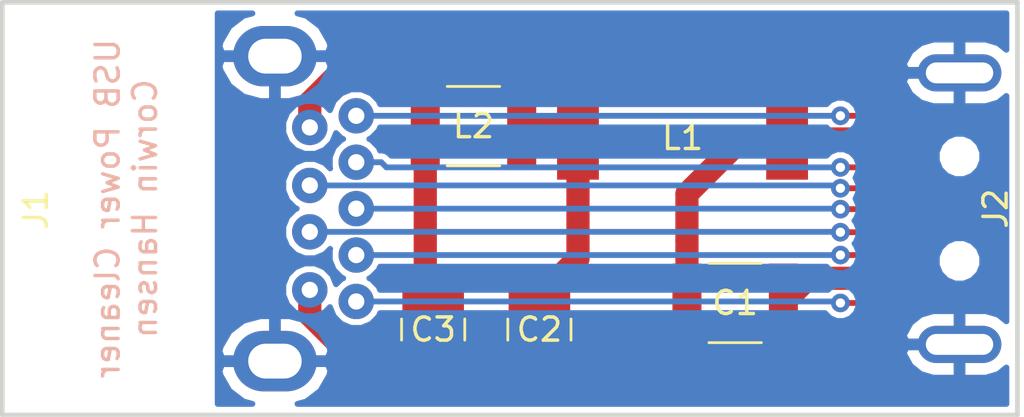
<source format=kicad_pcb>
(kicad_pcb (version 20171130) (host pcbnew "(5.0.0-rc2-110-g9edfd25)")

  (general
    (thickness 1.6)
    (drawings 5)
    (tracks 62)
    (zones 0)
    (modules 7)
    (nets 13)
  )

  (page A4)
  (layers
    (0 F.Cu signal)
    (31 B.Cu signal)
    (32 B.Adhes user)
    (33 F.Adhes user)
    (34 B.Paste user)
    (35 F.Paste user)
    (36 B.SilkS user)
    (37 F.SilkS user)
    (38 B.Mask user)
    (39 F.Mask user)
    (40 Dwgs.User user)
    (41 Cmts.User user)
    (42 Eco1.User user)
    (43 Eco2.User user)
    (44 Edge.Cuts user)
    (45 Margin user)
    (46 B.CrtYd user)
    (47 F.CrtYd user)
    (48 B.Fab user)
    (49 F.Fab user)
  )

  (setup
    (last_trace_width 0.25)
    (trace_clearance 0.1)
    (zone_clearance 0.25)
    (zone_45_only no)
    (trace_min 0.2)
    (segment_width 0.2)
    (edge_width 0.15)
    (via_size 0.8)
    (via_drill 0.4)
    (via_min_size 0.4)
    (via_min_drill 0.3)
    (uvia_size 0.3)
    (uvia_drill 0.1)
    (uvias_allowed no)
    (uvia_min_size 0.2)
    (uvia_min_drill 0.1)
    (pcb_text_width 0.3)
    (pcb_text_size 1.5 1.5)
    (mod_edge_width 0.15)
    (mod_text_size 1 1)
    (mod_text_width 0.15)
    (pad_size 1.524 1.524)
    (pad_drill 0.762)
    (pad_to_mask_clearance 0.1)
    (aux_axis_origin 0 0)
    (visible_elements FFFFFF7F)
    (pcbplotparams
      (layerselection 0x010fc_ffffffff)
      (usegerberextensions false)
      (usegerberattributes false)
      (usegerberadvancedattributes false)
      (creategerberjobfile false)
      (excludeedgelayer true)
      (linewidth 0.100000)
      (plotframeref false)
      (viasonmask false)
      (mode 1)
      (useauxorigin false)
      (hpglpennumber 1)
      (hpglpenspeed 20)
      (hpglpendiameter 15.000000)
      (psnegative false)
      (psa4output false)
      (plotreference true)
      (plotvalue true)
      (plotinvisibletext false)
      (padsonsilk false)
      (subtractmaskfromsilk false)
      (outputformat 1)
      (mirror false)
      (drillshape 0)
      (scaleselection 1)
      (outputdirectory Gerber/))
  )

  (net 0 "")
  (net 1 "Net-(C1-Pad1)")
  (net 2 GND)
  (net 3 "Net-(C2-Pad1)")
  (net 4 "Net-(C3-Pad1)")
  (net 5 "Net-(J1-Pad7)")
  (net 6 "Net-(J1-Pad8)")
  (net 7 "Net-(J1-Pad9)")
  (net 8 "Net-(J1-Pad6)")
  (net 9 "Net-(J1-Pad5)")
  (net 10 "Net-(J1-Pad2)")
  (net 11 "Net-(J1-Pad3)")
  (net 12 "Net-(J1-Pad10)")

  (net_class Default "This is the default net class."
    (clearance 0.1)
    (trace_width 0.25)
    (via_dia 0.8)
    (via_drill 0.4)
    (uvia_dia 0.3)
    (uvia_drill 0.1)
    (add_net "Net-(J1-Pad10)")
    (add_net "Net-(J1-Pad2)")
    (add_net "Net-(J1-Pad3)")
    (add_net "Net-(J1-Pad5)")
    (add_net "Net-(J1-Pad6)")
    (add_net "Net-(J1-Pad7)")
    (add_net "Net-(J1-Pad8)")
    (add_net "Net-(J1-Pad9)")
  )

  (net_class Power ""
    (clearance 0.1)
    (trace_width 1)
    (via_dia 0.8)
    (via_drill 0.4)
    (uvia_dia 0.3)
    (uvia_drill 0.1)
    (add_net GND)
    (add_net "Net-(C1-Pad1)")
    (add_net "Net-(C2-Pad1)")
    (add_net "Net-(C3-Pad1)")
  )

  (module Capacitor_SMD:C_1812_4532Metric (layer F.Cu) (tedit 5B198B65) (tstamp 5B42178C)
    (at 188.765 91.694)
    (descr "Capacitor SMD 1812 (4532 Metric), square (rectangular) end terminal, IPC_7351 nominal, (Body size source: https://www.nikhef.nl/pub/departments/mt/projects/detectorR_D/dtddice/ERJ2G.pdf), generated with kicad-footprint-generator")
    (tags capacitor)
    (path /5B1EEF2D)
    (attr smd)
    (fp_text reference C1 (at 0 0) (layer F.SilkS)
      (effects (font (size 1 1) (thickness 0.15)))
    )
    (fp_text value 0.1uF (at 0 2.65) (layer F.Fab)
      (effects (font (size 1 1) (thickness 0.15)))
    )
    (fp_line (start -2.25 1.6) (end -2.25 -1.6) (layer F.Fab) (width 0.1))
    (fp_line (start -2.25 -1.6) (end 2.25 -1.6) (layer F.Fab) (width 0.1))
    (fp_line (start 2.25 -1.6) (end 2.25 1.6) (layer F.Fab) (width 0.1))
    (fp_line (start 2.25 1.6) (end -2.25 1.6) (layer F.Fab) (width 0.1))
    (fp_line (start -1.13 -1.71) (end 1.13 -1.71) (layer F.SilkS) (width 0.12))
    (fp_line (start -1.13 1.71) (end 1.13 1.71) (layer F.SilkS) (width 0.12))
    (fp_line (start -2.95 1.95) (end -2.95 -1.95) (layer F.CrtYd) (width 0.05))
    (fp_line (start -2.95 -1.95) (end 2.95 -1.95) (layer F.CrtYd) (width 0.05))
    (fp_line (start 2.95 -1.95) (end 2.95 1.95) (layer F.CrtYd) (width 0.05))
    (fp_line (start 2.95 1.95) (end -2.95 1.95) (layer F.CrtYd) (width 0.05))
    (fp_text user %R (at 0 0) (layer F.Fab)
      (effects (font (size 1 1) (thickness 0.15)))
    )
    (pad 1 smd rect (at -2.075 0) (size 1.25 3.4) (layers F.Cu F.Paste F.Mask)
      (net 1 "Net-(C1-Pad1)"))
    (pad 2 smd rect (at 2.075 0) (size 1.25 3.4) (layers F.Cu F.Paste F.Mask)
      (net 2 GND))
    (model ${KISYS3DMOD}/Capacitor_SMD.3dshapes/C_1812_4532Metric.wrl
      (at (xyz 0 0 0))
      (scale (xyz 1 1 1))
      (rotate (xyz 0 0 0))
    )
  )

  (module Capacitor_SMD:C_1210_3225Metric (layer F.Cu) (tedit 5B198B65) (tstamp 5B42179D)
    (at 180.34 92.84 270)
    (descr "Capacitor SMD 1210 (3225 Metric), square (rectangular) end terminal, IPC_7351 nominal, (Body size source: http://www.tortai-tech.com/upload/download/2011102023233369053.pdf), generated with kicad-footprint-generator")
    (tags capacitor)
    (path /5B1EEFC2)
    (attr smd)
    (fp_text reference C2 (at 0 0) (layer F.SilkS)
      (effects (font (size 1 1) (thickness 0.15)))
    )
    (fp_text value 100uF (at 0 2.28 270) (layer F.Fab)
      (effects (font (size 1 1) (thickness 0.15)))
    )
    (fp_line (start -1.6 1.25) (end -1.6 -1.25) (layer F.Fab) (width 0.1))
    (fp_line (start -1.6 -1.25) (end 1.6 -1.25) (layer F.Fab) (width 0.1))
    (fp_line (start 1.6 -1.25) (end 1.6 1.25) (layer F.Fab) (width 0.1))
    (fp_line (start 1.6 1.25) (end -1.6 1.25) (layer F.Fab) (width 0.1))
    (fp_line (start -0.455 -1.36) (end 0.455 -1.36) (layer F.SilkS) (width 0.12))
    (fp_line (start -0.455 1.36) (end 0.455 1.36) (layer F.SilkS) (width 0.12))
    (fp_line (start -2.28 1.58) (end -2.28 -1.58) (layer F.CrtYd) (width 0.05))
    (fp_line (start -2.28 -1.58) (end 2.28 -1.58) (layer F.CrtYd) (width 0.05))
    (fp_line (start 2.28 -1.58) (end 2.28 1.58) (layer F.CrtYd) (width 0.05))
    (fp_line (start 2.28 1.58) (end -2.28 1.58) (layer F.CrtYd) (width 0.05))
    (fp_text user %R (at 0 0 270) (layer F.Fab)
      (effects (font (size 0.8 0.8) (thickness 0.12)))
    )
    (pad 1 smd rect (at -1.4 0 270) (size 1.25 2.65) (layers F.Cu F.Paste F.Mask)
      (net 3 "Net-(C2-Pad1)"))
    (pad 2 smd rect (at 1.4 0 270) (size 1.25 2.65) (layers F.Cu F.Paste F.Mask)
      (net 2 GND))
    (model ${KISYS3DMOD}/Capacitor_SMD.3dshapes/C_1210_3225Metric.wrl
      (at (xyz 0 0 0))
      (scale (xyz 1 1 1))
      (rotate (xyz 0 0 0))
    )
  )

  (module Capacitor_SMD:C_1210_3225Metric (layer F.Cu) (tedit 5B198B65) (tstamp 5B4217AE)
    (at 175.768 92.84 270)
    (descr "Capacitor SMD 1210 (3225 Metric), square (rectangular) end terminal, IPC_7351 nominal, (Body size source: http://www.tortai-tech.com/upload/download/2011102023233369053.pdf), generated with kicad-footprint-generator")
    (tags capacitor)
    (path /5B1EEFF0)
    (attr smd)
    (fp_text reference C3 (at 0 0) (layer F.SilkS)
      (effects (font (size 1 1) (thickness 0.15)))
    )
    (fp_text value 100uF (at 0 2.28 270) (layer F.Fab)
      (effects (font (size 1 1) (thickness 0.15)))
    )
    (fp_text user %R (at 0 0 270) (layer F.Fab)
      (effects (font (size 0.8 0.8) (thickness 0.12)))
    )
    (fp_line (start 2.28 1.58) (end -2.28 1.58) (layer F.CrtYd) (width 0.05))
    (fp_line (start 2.28 -1.58) (end 2.28 1.58) (layer F.CrtYd) (width 0.05))
    (fp_line (start -2.28 -1.58) (end 2.28 -1.58) (layer F.CrtYd) (width 0.05))
    (fp_line (start -2.28 1.58) (end -2.28 -1.58) (layer F.CrtYd) (width 0.05))
    (fp_line (start -0.455 1.36) (end 0.455 1.36) (layer F.SilkS) (width 0.12))
    (fp_line (start -0.455 -1.36) (end 0.455 -1.36) (layer F.SilkS) (width 0.12))
    (fp_line (start 1.6 1.25) (end -1.6 1.25) (layer F.Fab) (width 0.1))
    (fp_line (start 1.6 -1.25) (end 1.6 1.25) (layer F.Fab) (width 0.1))
    (fp_line (start -1.6 -1.25) (end 1.6 -1.25) (layer F.Fab) (width 0.1))
    (fp_line (start -1.6 1.25) (end -1.6 -1.25) (layer F.Fab) (width 0.1))
    (pad 2 smd rect (at 1.4 0 270) (size 1.25 2.65) (layers F.Cu F.Paste F.Mask)
      (net 2 GND))
    (pad 1 smd rect (at -1.4 0 270) (size 1.25 2.65) (layers F.Cu F.Paste F.Mask)
      (net 4 "Net-(C3-Pad1)"))
    (model ${KISYS3DMOD}/Capacitor_SMD.3dshapes/C_1210_3225Metric.wrl
      (at (xyz 0 0 0))
      (scale (xyz 1 1 1))
      (rotate (xyz 0 0 0))
    )
  )

  (module USB3_A_Connector:USB_3_A_Recepticle_Amphenol_10117835-002LF (layer F.Cu) (tedit 5B1E1A06) (tstamp 5B4219F8)
    (at 165.608 87.63 270)
    (path /5B1EEACA)
    (fp_text reference J1 (at 0.05 6.95 270) (layer F.SilkS)
      (effects (font (size 1 1) (thickness 0.15)))
    )
    (fp_text value USB3_A (at 0.1 -11.4 270) (layer F.Fab)
      (effects (font (size 1 1) (thickness 0.15)))
    )
    (fp_line (start 7.95 -8.35) (end -7.95 -8.35) (layer F.CrtYd) (width 0.05))
    (fp_line (start 7.95 8.35) (end 7.95 -8.35) (layer F.CrtYd) (width 0.05))
    (fp_line (start -7.95 8.35) (end 7.95 8.35) (layer F.CrtYd) (width 0.05))
    (fp_line (start -7.95 8.35) (end -7.95 -8.35) (layer F.CrtYd) (width 0.05))
    (pad 7 thru_hole circle (at 0 -6.85 270) (size 1.524 1.524) (drill 0.7) (layers *.Cu *.Mask)
      (net 5 "Net-(J1-Pad7)"))
    (pad 8 thru_hole circle (at -2 -6.85 270) (size 1.524 1.524) (drill 0.7) (layers *.Cu *.Mask)
      (net 6 "Net-(J1-Pad8)"))
    (pad 9 thru_hole circle (at -4 -6.85 270) (size 1.524 1.524) (drill 0.7) (layers *.Cu *.Mask)
      (net 7 "Net-(J1-Pad9)"))
    (pad 6 thru_hole circle (at 2 -6.85 270) (size 1.524 1.524) (drill 0.7) (layers *.Cu *.Mask)
      (net 8 "Net-(J1-Pad6)"))
    (pad 5 thru_hole circle (at 4 -6.85 270) (size 1.524 1.524) (drill 0.7) (layers *.Cu *.Mask)
      (net 9 "Net-(J1-Pad5)"))
    (pad 1 thru_hole circle (at -3.5 -4.85 270) (size 1.524 1.524) (drill 0.7) (layers *.Cu *.Mask)
      (net 4 "Net-(C3-Pad1)"))
    (pad 2 thru_hole circle (at -1 -4.85 270) (size 1.524 1.524) (drill 0.7) (layers *.Cu *.Mask)
      (net 10 "Net-(J1-Pad2)"))
    (pad 3 thru_hole circle (at 1 -4.85 270) (size 1.524 1.524) (drill 0.7) (layers *.Cu *.Mask)
      (net 11 "Net-(J1-Pad3)"))
    (pad 4 thru_hole circle (at 3.5 -4.85 270) (size 1.524 1.524) (drill 0.7) (layers *.Cu *.Mask)
      (net 2 GND))
    (pad 10 thru_hole oval (at 6.57 -3.35 270) (size 2.6 3.6) (drill oval 1.5 2.3) (layers *.Cu *.Mask)
      (net 12 "Net-(J1-Pad10)"))
    (pad 10 thru_hole oval (at -6.57 -3.35 270) (size 2.6 3.6) (drill oval 1.5 2.3) (layers *.Cu *.Mask)
      (net 12 "Net-(J1-Pad10)"))
  )

  (module USB3_A_Connector:USB_3_A_Plug_Amphenol_GSB316441CEU (layer F.Cu) (tedit 5B1E1D9B) (tstamp 5B4217D3)
    (at 200.97 87.63 90)
    (path /5B1EEA73)
    (fp_text reference J2 (at 0 -1 90) (layer F.SilkS)
      (effects (font (size 1 1) (thickness 0.15)))
    )
    (fp_text value USB3_A (at 0 -12.21 90) (layer F.Fab)
      (effects (font (size 1 1) (thickness 0.15)))
    )
    (fp_line (start -7 0) (end 7 0) (layer F.CrtYd) (width 0.05))
    (pad 7 smd rect (at 0 -5.39 90) (size 0.8 2.78) (layers F.Cu F.Paste F.Mask)
      (net 5 "Net-(J1-Pad7)"))
    (pad 2 smd rect (at 1 -5.39 90) (size 0.8 2.78) (layers F.Cu F.Paste F.Mask)
      (net 10 "Net-(J1-Pad2)"))
    (pad 8 smd rect (at 2 -5.39 90) (size 0.8 2.78) (layers F.Cu F.Paste F.Mask)
      (net 6 "Net-(J1-Pad8)"))
    (pad 1 smd rect (at 3 -5.39 90) (size 0.8 2.78) (layers F.Cu F.Paste F.Mask)
      (net 1 "Net-(C1-Pad1)"))
    (pad 3 smd rect (at -1 -5.39 90) (size 0.8 2.78) (layers F.Cu F.Paste F.Mask)
      (net 11 "Net-(J1-Pad3)"))
    (pad 6 smd rect (at -2 -5.39 90) (size 0.8 2.78) (layers F.Cu F.Paste F.Mask)
      (net 8 "Net-(J1-Pad6)"))
    (pad 4 smd rect (at -3 -5.39 90) (size 0.8 2.78) (layers F.Cu F.Paste F.Mask)
      (net 2 GND))
    (pad 9 smd rect (at 4 -5.39 90) (size 0.8 2.78) (layers F.Cu F.Paste F.Mask)
      (net 7 "Net-(J1-Pad9)"))
    (pad 5 smd rect (at -4 -5.39 90) (size 0.8 2.78) (layers F.Cu F.Paste F.Mask)
      (net 9 "Net-(J1-Pad5)"))
    (pad 10 thru_hole oval (at 5.85 -2.55 90) (size 1.6 3.6) (drill oval 0.9 2.9) (layers *.Cu *.Mask)
      (net 12 "Net-(J1-Pad10)"))
    (pad 10 thru_hole oval (at -5.85 -2.55 90) (size 1.6 3.6) (drill oval 0.9 2.9) (layers *.Cu *.Mask)
      (net 12 "Net-(J1-Pad10)"))
    (pad "" np_thru_hole circle (at 2.25 -2.55 90) (size 1.2 1.2) (drill 1.2) (layers *.Cu *.Mask))
    (pad "" np_thru_hole circle (at -2.25 -2.55 90) (size 1.2 1.2) (drill 1.2) (layers *.Cu *.Mask))
  )

  (module SRU1048:SRU1048 (layer F.Cu) (tedit 5B1EF217) (tstamp 5B1EF486)
    (at 186.5 84.582)
    (path /5B1EF305)
    (fp_text reference L1 (at 0 0) (layer F.SilkS)
      (effects (font (size 1 1) (thickness 0.15)))
    )
    (fp_text value 100uH (at 0 -2) (layer F.Fab)
      (effects (font (size 1 1) (thickness 0.15)))
    )
    (fp_line (start -5 -5) (end -5 5) (layer F.CrtYd) (width 0.05))
    (fp_line (start -5 5) (end 5 5) (layer F.CrtYd) (width 0.05))
    (fp_line (start 5 5) (end 5 -5) (layer F.CrtYd) (width 0.05))
    (fp_line (start 5 -5) (end -5 -5) (layer F.CrtYd) (width 0.05))
    (pad 1 smd rect (at 4.5 0) (size 1.8 3.6) (layers F.Cu F.Paste F.Mask)
      (net 1 "Net-(C1-Pad1)"))
    (pad 2 smd rect (at -4.5 0) (size 1.8 3.6) (layers F.Cu F.Paste F.Mask)
      (net 3 "Net-(C2-Pad1)"))
  )

  (module Inductor_SMD:L_1812_4532Metric (layer F.Cu) (tedit 5B198B66) (tstamp 5B4217EE)
    (at 177.503 84.074)
    (descr "Inductor SMD 1812 (4532 Metric), square (rectangular) end terminal, IPC_7351 nominal, (Body size source: https://www.nikhef.nl/pub/departments/mt/projects/detectorR_D/dtddice/ERJ2G.pdf), generated with kicad-footprint-generator")
    (tags inductor)
    (path /5B1EF22C)
    (attr smd)
    (fp_text reference L2 (at 0 0) (layer F.SilkS)
      (effects (font (size 1 1) (thickness 0.15)))
    )
    (fp_text value Ferrite_Bead (at 0 2.65) (layer F.Fab)
      (effects (font (size 1 1) (thickness 0.15)))
    )
    (fp_line (start -2.25 1.6) (end -2.25 -1.6) (layer F.Fab) (width 0.1))
    (fp_line (start -2.25 -1.6) (end 2.25 -1.6) (layer F.Fab) (width 0.1))
    (fp_line (start 2.25 -1.6) (end 2.25 1.6) (layer F.Fab) (width 0.1))
    (fp_line (start 2.25 1.6) (end -2.25 1.6) (layer F.Fab) (width 0.1))
    (fp_line (start -1.13 -1.71) (end 1.13 -1.71) (layer F.SilkS) (width 0.12))
    (fp_line (start -1.13 1.71) (end 1.13 1.71) (layer F.SilkS) (width 0.12))
    (fp_line (start -2.95 1.95) (end -2.95 -1.95) (layer F.CrtYd) (width 0.05))
    (fp_line (start -2.95 -1.95) (end 2.95 -1.95) (layer F.CrtYd) (width 0.05))
    (fp_line (start 2.95 -1.95) (end 2.95 1.95) (layer F.CrtYd) (width 0.05))
    (fp_line (start 2.95 1.95) (end -2.95 1.95) (layer F.CrtYd) (width 0.05))
    (fp_text user %R (at 0 0) (layer F.Fab)
      (effects (font (size 1 1) (thickness 0.15)))
    )
    (pad 1 smd rect (at -2.075 0) (size 1.25 3.4) (layers F.Cu F.Paste F.Mask)
      (net 4 "Net-(C3-Pad1)"))
    (pad 2 smd rect (at 2.075 0) (size 1.25 3.4) (layers F.Cu F.Paste F.Mask)
      (net 3 "Net-(C2-Pad1)"))
    (model ${KISYS3DMOD}/Inductor_SMD.3dshapes/L_1812_4532Metric.wrl
      (at (xyz 0 0 0))
      (scale (xyz 1 1 1))
      (rotate (xyz 0 0 0))
    )
  )

  (gr_text "USB Power Cleaner\nCorwin Hansen" (at 162.56 87.63 90) (layer B.SilkS)
    (effects (font (size 1 1) (thickness 0.15)) (justify mirror))
  )
  (gr_line (start 157.226 96.52) (end 157.226 78.74) (layer Edge.Cuts) (width 0.2))
  (gr_line (start 200.914 96.52) (end 157.226 96.52) (layer Edge.Cuts) (width 0.2))
  (gr_line (start 200.914 78.74) (end 200.914 96.52) (layer Edge.Cuts) (width 0.2))
  (gr_line (start 157.226 78.74) (end 200.914 78.74) (layer Edge.Cuts) (width 0.2))

  (segment (start 186.69 91.635) (end 186.69 92.71) (width 1) (layer F.Cu) (net 1))
  (segment (start 191.048 84.63) (end 195.58 84.63) (width 1) (layer F.Cu) (net 1))
  (segment (start 191 84.582) (end 191.048 84.63) (width 1) (layer F.Cu) (net 1))
  (segment (start 186.69 88.994) (end 186.69 91.694) (width 1) (layer F.Cu) (net 1))
  (segment (start 186.69 86.992) (end 186.69 88.994) (width 1) (layer F.Cu) (net 1))
  (segment (start 189.1 84.582) (end 186.69 86.992) (width 1) (layer F.Cu) (net 1))
  (segment (start 191 84.582) (end 189.1 84.582) (width 1) (layer F.Cu) (net 1))
  (segment (start 173.443 94.24) (end 175.768 94.24) (width 1) (layer F.Cu) (net 2))
  (segment (start 172.49037 94.24) (end 173.443 94.24) (width 1) (layer F.Cu) (net 2))
  (segment (start 170.458 92.20763) (end 172.49037 94.24) (width 1) (layer F.Cu) (net 2))
  (segment (start 170.458 91.13) (end 170.458 92.20763) (width 1) (layer F.Cu) (net 2))
  (segment (start 175.768 94.24) (end 180.34 94.24) (width 1) (layer F.Cu) (net 2))
  (segment (start 191.904 90.63) (end 190.84 91.694) (width 1) (layer F.Cu) (net 2))
  (segment (start 195.58 90.63) (end 191.904 90.63) (width 1) (layer F.Cu) (net 2))
  (segment (start 190.84 92.37) (end 190.84 91.694) (width 1) (layer F.Cu) (net 2))
  (segment (start 188.976 94.234) (end 190.84 92.37) (width 1) (layer F.Cu) (net 2))
  (segment (start 188.3 94.234) (end 188.976 94.234) (width 1) (layer F.Cu) (net 2))
  (segment (start 188.294 94.24) (end 188.3 94.234) (width 1) (layer F.Cu) (net 2))
  (segment (start 180.34 94.24) (end 188.294 94.24) (width 1) (layer F.Cu) (net 2))
  (segment (start 181.492 84.074) (end 182 84.582) (width 1) (layer F.Cu) (net 3))
  (segment (start 179.578 84.074) (end 181.492 84.074) (width 1) (layer F.Cu) (net 3))
  (segment (start 182 89.78) (end 180.34 91.44) (width 1) (layer F.Cu) (net 3))
  (segment (start 182 84.582) (end 182 89.78) (width 1) (layer F.Cu) (net 3))
  (segment (start 175.428 82.999) (end 175.428 84.074) (width 1) (layer F.Cu) (net 4))
  (segment (start 173.803 81.374) (end 175.428 82.999) (width 1) (layer F.Cu) (net 4))
  (segment (start 172.13637 81.374) (end 173.803 81.374) (width 1) (layer F.Cu) (net 4))
  (segment (start 170.458 83.05237) (end 172.13637 81.374) (width 1) (layer F.Cu) (net 4))
  (segment (start 170.458 84.13) (end 170.458 83.05237) (width 1) (layer F.Cu) (net 4))
  (segment (start 175.428 91.1) (end 175.768 91.44) (width 1) (layer F.Cu) (net 4))
  (segment (start 175.428 84.074) (end 175.428 91.1) (width 1) (layer F.Cu) (net 4))
  (via (at 193.294 87.652006) (size 0.8) (drill 0.4) (layers F.Cu B.Cu) (net 5))
  (segment (start 193.271994 87.63) (end 193.294 87.652006) (width 0.25) (layer B.Cu) (net 5))
  (segment (start 172.458 87.63) (end 193.271994 87.63) (width 0.25) (layer B.Cu) (net 5))
  (segment (start 195.557994 87.652006) (end 195.58 87.63) (width 0.25) (layer F.Cu) (net 5))
  (segment (start 193.294 87.652006) (end 195.557994 87.652006) (width 0.25) (layer F.Cu) (net 5))
  (segment (start 173.53563 85.63) (end 173.75763 85.852) (width 0.25) (layer B.Cu) (net 6))
  (segment (start 172.458 85.63) (end 173.53563 85.63) (width 0.25) (layer B.Cu) (net 6))
  (via (at 193.294 85.852) (size 0.8) (drill 0.4) (layers F.Cu B.Cu) (net 6))
  (segment (start 173.75763 85.852) (end 193.294 85.852) (width 0.25) (layer B.Cu) (net 6))
  (segment (start 195.358 85.852) (end 195.58 85.63) (width 0.25) (layer F.Cu) (net 6))
  (segment (start 193.294 85.852) (end 195.358 85.852) (width 0.25) (layer F.Cu) (net 6))
  (via (at 193.294 83.63) (size 0.8) (drill 0.4) (layers F.Cu B.Cu) (net 7))
  (segment (start 172.458 83.63) (end 193.294 83.63) (width 0.25) (layer B.Cu) (net 7))
  (segment (start 193.294 83.63) (end 195.58 83.63) (width 0.25) (layer F.Cu) (net 7))
  (via (at 193.294 89.63) (size 0.8) (drill 0.4) (layers F.Cu B.Cu) (net 8))
  (segment (start 172.458 89.63) (end 193.294 89.63) (width 0.25) (layer B.Cu) (net 8))
  (segment (start 193.294 89.63) (end 195.58 89.63) (width 0.25) (layer F.Cu) (net 8))
  (via (at 193.294 91.694) (size 0.8) (drill 0.4) (layers F.Cu B.Cu) (net 9))
  (segment (start 193.23 91.63) (end 193.294 91.694) (width 0.25) (layer B.Cu) (net 9))
  (segment (start 172.458 91.63) (end 193.23 91.63) (width 0.25) (layer B.Cu) (net 9))
  (segment (start 195.516 91.694) (end 195.58 91.63) (width 0.25) (layer F.Cu) (net 9))
  (segment (start 193.294 91.694) (end 195.516 91.694) (width 0.25) (layer F.Cu) (net 9))
  (via (at 193.294 86.752003) (size 0.8) (drill 0.4) (layers F.Cu B.Cu) (net 10))
  (segment (start 193.171997 86.63) (end 193.294 86.752003) (width 0.25) (layer B.Cu) (net 10))
  (segment (start 170.458 86.63) (end 193.171997 86.63) (width 0.25) (layer B.Cu) (net 10))
  (segment (start 195.457997 86.752003) (end 195.58 86.63) (width 0.25) (layer F.Cu) (net 10))
  (segment (start 193.294 86.752003) (end 195.457997 86.752003) (width 0.25) (layer F.Cu) (net 10))
  (via (at 193.294 88.646) (size 0.8) (drill 0.4) (layers F.Cu B.Cu) (net 11))
  (segment (start 193.278 88.63) (end 193.294 88.646) (width 0.25) (layer B.Cu) (net 11))
  (segment (start 170.458 88.63) (end 193.278 88.63) (width 0.25) (layer B.Cu) (net 11))
  (segment (start 195.564 88.646) (end 195.58 88.63) (width 0.25) (layer F.Cu) (net 11))
  (segment (start 193.294 88.646) (end 195.564 88.646) (width 0.25) (layer F.Cu) (net 11))

  (zone (net 12) (net_name "Net-(J1-Pad10)") (layer B.Cu) (tstamp 5B1EF720) (hatch edge 0.508)
    (connect_pads (clearance 0.25))
    (min_thickness 0.254)
    (fill yes (arc_segments 16) (thermal_gap 0.508) (thermal_bridge_width 0.508))
    (polygon
      (pts
        (xy 166.37 78.74) (xy 166.37 96.52) (xy 200.914 96.52) (xy 200.914 78.74)
      )
    )
    (filled_polygon
      (pts
        (xy 167.600175 79.320894) (xy 166.999946 79.781551) (xy 166.621693 80.43684) (xy 166.570811 80.632516) (xy 166.686296 80.933)
        (xy 168.831 80.933) (xy 168.831 80.913) (xy 169.085 80.913) (xy 169.085 80.933) (xy 171.229704 80.933)
        (xy 171.345189 80.632516) (xy 171.294307 80.43684) (xy 170.916054 79.781551) (xy 170.315825 79.320894) (xy 169.928226 79.217)
        (xy 200.437 79.217) (xy 200.437 80.784733) (xy 200.086483 80.502834) (xy 199.547 80.345) (xy 198.547 80.345)
        (xy 198.547 81.653) (xy 198.567 81.653) (xy 198.567 81.907) (xy 198.547 81.907) (xy 198.547 83.215)
        (xy 199.547 83.215) (xy 200.086483 83.057166) (xy 200.437 82.775267) (xy 200.437001 92.484734) (xy 200.086483 92.202834)
        (xy 199.547 92.045) (xy 198.547 92.045) (xy 198.547 93.353) (xy 198.567 93.353) (xy 198.567 93.607)
        (xy 198.547 93.607) (xy 198.547 94.915) (xy 199.547 94.915) (xy 200.086483 94.757166) (xy 200.437001 94.475266)
        (xy 200.437001 96.043) (xy 169.928226 96.043) (xy 170.315825 95.939106) (xy 170.916054 95.478449) (xy 171.294307 94.82316)
        (xy 171.345189 94.627484) (xy 171.229704 94.327) (xy 169.085 94.327) (xy 169.085 94.347) (xy 168.831 94.347)
        (xy 168.831 94.327) (xy 166.686296 94.327) (xy 166.570811 94.627484) (xy 166.621693 94.82316) (xy 166.999946 95.478449)
        (xy 167.600175 95.939106) (xy 167.987774 96.043) (xy 166.497 96.043) (xy 166.497 93.772516) (xy 166.570811 93.772516)
        (xy 166.686296 94.073) (xy 168.831 94.073) (xy 168.831 92.265) (xy 169.085 92.265) (xy 169.085 94.073)
        (xy 171.229704 94.073) (xy 171.323465 93.829039) (xy 196.028096 93.829039) (xy 196.045633 93.911819) (xy 196.3155 94.404896)
        (xy 196.753517 94.757166) (xy 197.293 94.915) (xy 198.293 94.915) (xy 198.293 93.607) (xy 196.150085 93.607)
        (xy 196.028096 93.829039) (xy 171.323465 93.829039) (xy 171.345189 93.772516) (xy 171.294307 93.57684) (xy 171.036932 93.130961)
        (xy 196.028096 93.130961) (xy 196.150085 93.353) (xy 198.293 93.353) (xy 198.293 92.045) (xy 197.293 92.045)
        (xy 196.753517 92.202834) (xy 196.3155 92.555104) (xy 196.045633 93.048181) (xy 196.028096 93.130961) (xy 171.036932 93.130961)
        (xy 170.916054 92.921551) (xy 170.315825 92.460894) (xy 169.585 92.265) (xy 169.085 92.265) (xy 168.831 92.265)
        (xy 168.331 92.265) (xy 167.600175 92.460894) (xy 166.999946 92.921551) (xy 166.621693 93.57684) (xy 166.570811 93.772516)
        (xy 166.497 93.772516) (xy 166.497 83.903439) (xy 169.319 83.903439) (xy 169.319 84.356561) (xy 169.492403 84.775191)
        (xy 169.812809 85.095597) (xy 170.231439 85.269) (xy 170.684561 85.269) (xy 171.103191 85.095597) (xy 171.423597 84.775191)
        (xy 171.590197 84.372985) (xy 171.812809 84.595597) (xy 171.895865 84.63) (xy 171.812809 84.664403) (xy 171.492403 84.984809)
        (xy 171.319 85.403439) (xy 171.319 85.856561) (xy 171.335724 85.896936) (xy 171.103191 85.664403) (xy 170.684561 85.491)
        (xy 170.231439 85.491) (xy 169.812809 85.664403) (xy 169.492403 85.984809) (xy 169.319 86.403439) (xy 169.319 86.856561)
        (xy 169.492403 87.275191) (xy 169.812809 87.595597) (xy 169.895865 87.63) (xy 169.812809 87.664403) (xy 169.492403 87.984809)
        (xy 169.319 88.403439) (xy 169.319 88.856561) (xy 169.492403 89.275191) (xy 169.812809 89.595597) (xy 170.231439 89.769)
        (xy 170.684561 89.769) (xy 171.103191 89.595597) (xy 171.335724 89.363064) (xy 171.319 89.403439) (xy 171.319 89.856561)
        (xy 171.492403 90.275191) (xy 171.812809 90.595597) (xy 171.895865 90.63) (xy 171.812809 90.664403) (xy 171.590197 90.887015)
        (xy 171.423597 90.484809) (xy 171.103191 90.164403) (xy 170.684561 89.991) (xy 170.231439 89.991) (xy 169.812809 90.164403)
        (xy 169.492403 90.484809) (xy 169.319 90.903439) (xy 169.319 91.356561) (xy 169.492403 91.775191) (xy 169.812809 92.095597)
        (xy 170.231439 92.269) (xy 170.684561 92.269) (xy 171.103191 92.095597) (xy 171.325803 91.872985) (xy 171.492403 92.275191)
        (xy 171.812809 92.595597) (xy 172.231439 92.769) (xy 172.684561 92.769) (xy 173.103191 92.595597) (xy 173.423597 92.275191)
        (xy 173.482909 92.132) (xy 192.634407 92.132) (xy 192.635291 92.134135) (xy 192.853865 92.352709) (xy 193.139445 92.471)
        (xy 193.448555 92.471) (xy 193.734135 92.352709) (xy 193.952709 92.134135) (xy 194.071 91.848555) (xy 194.071 91.539445)
        (xy 193.952709 91.253865) (xy 193.734135 91.035291) (xy 193.448555 90.917) (xy 193.139445 90.917) (xy 192.853865 91.035291)
        (xy 192.761156 91.128) (xy 173.482909 91.128) (xy 173.423597 90.984809) (xy 173.103191 90.664403) (xy 173.020135 90.63)
        (xy 173.103191 90.595597) (xy 173.423597 90.275191) (xy 173.482909 90.132) (xy 192.697156 90.132) (xy 192.853865 90.288709)
        (xy 193.139445 90.407) (xy 193.448555 90.407) (xy 193.734135 90.288709) (xy 193.952709 90.070135) (xy 194.071 89.784555)
        (xy 194.071 89.685663) (xy 197.443 89.685663) (xy 197.443 90.074337) (xy 197.591739 90.433426) (xy 197.866574 90.708261)
        (xy 198.225663 90.857) (xy 198.614337 90.857) (xy 198.973426 90.708261) (xy 199.248261 90.433426) (xy 199.397 90.074337)
        (xy 199.397 89.685663) (xy 199.248261 89.326574) (xy 198.973426 89.051739) (xy 198.614337 88.903) (xy 198.225663 88.903)
        (xy 197.866574 89.051739) (xy 197.591739 89.326574) (xy 197.443 89.685663) (xy 194.071 89.685663) (xy 194.071 89.475445)
        (xy 193.952709 89.189865) (xy 193.900844 89.138) (xy 193.952709 89.086135) (xy 194.071 88.800555) (xy 194.071 88.491445)
        (xy 193.952709 88.205865) (xy 193.895847 88.149003) (xy 193.952709 88.092141) (xy 194.071 87.806561) (xy 194.071 87.497451)
        (xy 193.952709 87.211871) (xy 193.942843 87.202005) (xy 193.952709 87.192138) (xy 194.071 86.906558) (xy 194.071 86.597448)
        (xy 193.952709 86.311868) (xy 193.942843 86.302002) (xy 193.952709 86.292135) (xy 194.071 86.006555) (xy 194.071 85.697445)
        (xy 193.952709 85.411865) (xy 193.734135 85.193291) (xy 193.71572 85.185663) (xy 197.443 85.185663) (xy 197.443 85.574337)
        (xy 197.591739 85.933426) (xy 197.866574 86.208261) (xy 198.225663 86.357) (xy 198.614337 86.357) (xy 198.973426 86.208261)
        (xy 199.248261 85.933426) (xy 199.397 85.574337) (xy 199.397 85.185663) (xy 199.248261 84.826574) (xy 198.973426 84.551739)
        (xy 198.614337 84.403) (xy 198.225663 84.403) (xy 197.866574 84.551739) (xy 197.591739 84.826574) (xy 197.443 85.185663)
        (xy 193.71572 85.185663) (xy 193.448555 85.075) (xy 193.139445 85.075) (xy 192.853865 85.193291) (xy 192.697156 85.35)
        (xy 173.965564 85.35) (xy 173.925557 85.309993) (xy 173.897551 85.268079) (xy 173.7315 85.157127) (xy 173.585069 85.128)
        (xy 173.585064 85.128) (xy 173.53563 85.118167) (xy 173.486196 85.128) (xy 173.482909 85.128) (xy 173.423597 84.984809)
        (xy 173.103191 84.664403) (xy 173.020135 84.63) (xy 173.103191 84.595597) (xy 173.423597 84.275191) (xy 173.482909 84.132)
        (xy 192.697156 84.132) (xy 192.853865 84.288709) (xy 193.139445 84.407) (xy 193.448555 84.407) (xy 193.734135 84.288709)
        (xy 193.952709 84.070135) (xy 194.071 83.784555) (xy 194.071 83.475445) (xy 193.952709 83.189865) (xy 193.734135 82.971291)
        (xy 193.448555 82.853) (xy 193.139445 82.853) (xy 192.853865 82.971291) (xy 192.697156 83.128) (xy 173.482909 83.128)
        (xy 173.423597 82.984809) (xy 173.103191 82.664403) (xy 172.684561 82.491) (xy 172.231439 82.491) (xy 171.812809 82.664403)
        (xy 171.492403 82.984809) (xy 171.325803 83.387015) (xy 171.103191 83.164403) (xy 170.684561 82.991) (xy 170.231439 82.991)
        (xy 169.812809 83.164403) (xy 169.492403 83.484809) (xy 169.319 83.903439) (xy 166.497 83.903439) (xy 166.497 81.487484)
        (xy 166.570811 81.487484) (xy 166.621693 81.68316) (xy 166.999946 82.338449) (xy 167.600175 82.799106) (xy 168.331 82.995)
        (xy 168.831 82.995) (xy 168.831 81.187) (xy 169.085 81.187) (xy 169.085 82.995) (xy 169.585 82.995)
        (xy 170.315825 82.799106) (xy 170.916054 82.338449) (xy 171.036931 82.129039) (xy 196.028096 82.129039) (xy 196.045633 82.211819)
        (xy 196.3155 82.704896) (xy 196.753517 83.057166) (xy 197.293 83.215) (xy 198.293 83.215) (xy 198.293 81.907)
        (xy 196.150085 81.907) (xy 196.028096 82.129039) (xy 171.036931 82.129039) (xy 171.294307 81.68316) (xy 171.345189 81.487484)
        (xy 171.323466 81.430961) (xy 196.028096 81.430961) (xy 196.150085 81.653) (xy 198.293 81.653) (xy 198.293 80.345)
        (xy 197.293 80.345) (xy 196.753517 80.502834) (xy 196.3155 80.855104) (xy 196.045633 81.348181) (xy 196.028096 81.430961)
        (xy 171.323466 81.430961) (xy 171.229704 81.187) (xy 169.085 81.187) (xy 168.831 81.187) (xy 166.686296 81.187)
        (xy 166.570811 81.487484) (xy 166.497 81.487484) (xy 166.497 79.217) (xy 167.987774 79.217)
      )
    )
  )
)

</source>
